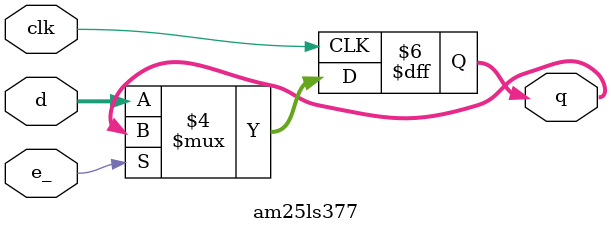
<source format=v>


// am25ls377 is WIDTH=8
// am25ls07 is WIDTH=6

`timescale 1ns / 100ps

module am25ls377(d, q, clk, e_);
parameter WIDTH = 8;
input [WIDTH-1:0] d;
output [WIDTH-1:0] q;
input clk;
input e_;

reg [WIDTH-1:0] q;

always @(posedge clk)
begin
	if (e_ == 1'b0) begin
		q = d;
	end
end

endmodule

</source>
